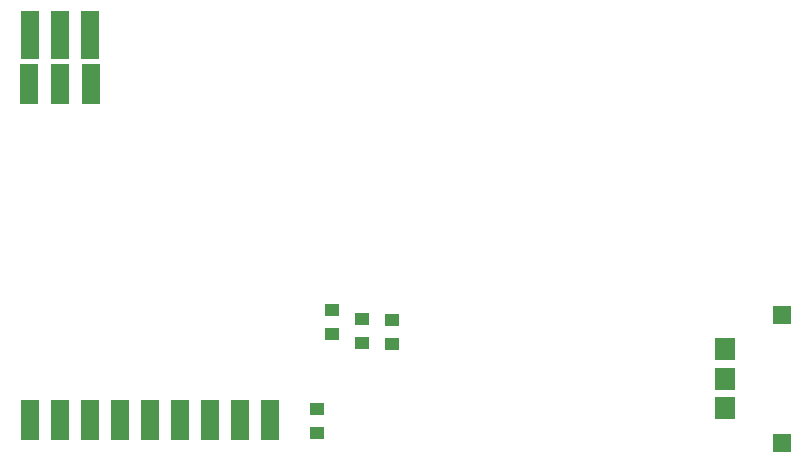
<source format=gtp>
G04 ---------------------------- Layer name :TOP PASTER LAYER*
G04 EasyEDA v5.7.24, Sat, 01 Sep 2018 15:29:15 GMT*
G04 70d3823de7e84894a96469fe6f11b24c*
G04 Gerber Generator version 0.2*
G04 Scale: 100 percent, Rotated: No, Reflected: No *
G04 Dimensions in inches *
G04 leading zeros omitted , absolute positions ,2 integer and 4 decimal *
%FSLAX24Y24*%
%MOIN*%
G90*
G70D02*

%ADD13R,0.062992X0.062992*%
%ADD14R,0.070866X0.074803*%
%ADD15R,0.062992X0.137800*%
%ADD16R,0.060500X0.160500*%
%ADD17R,0.049212X0.039370*%

%LPD*%
G54D13*
G01X25793Y3273D03*
G01X25793Y7526D03*
G54D14*
G01X23903Y6384D03*
G01X23903Y5400D03*
G01X23903Y4414D03*
G54D15*
G01X740Y4040D03*
G01X1740Y4040D03*
G01X2740Y4040D03*
G01X3740Y4040D03*
G01X4740Y4040D03*
G01X5740Y4040D03*
G01X6740Y4040D03*
G01X7740Y4040D03*
G01X8739Y4040D03*
G01X700Y15240D03*
G01X1740Y15240D03*
G01X2780Y15240D03*
G54D16*
G01X1750Y16850D03*
G01X2750Y16850D03*
G01X750Y16850D03*
G54D17*
G01X12800Y6556D03*
G01X12800Y7343D03*
G01X11800Y6606D03*
G01X11800Y7393D03*
G01X10800Y6906D03*
G01X10800Y7693D03*
G01X10300Y4393D03*
G01X10300Y3606D03*
M00*
M02*

</source>
